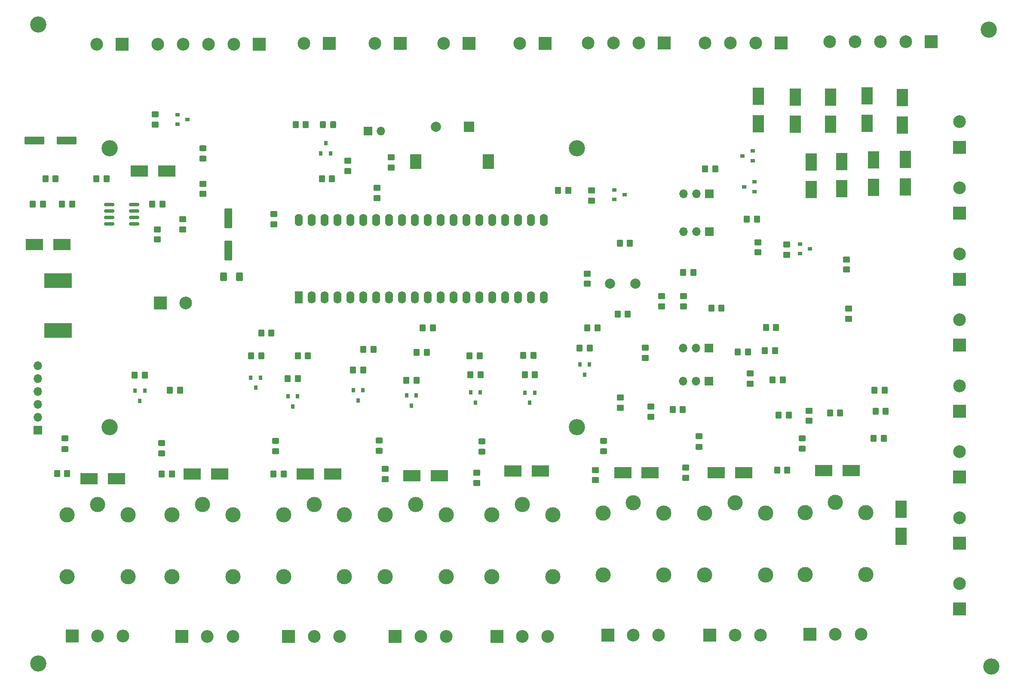
<source format=gts>
%TF.GenerationSoftware,KiCad,Pcbnew,(6.0.0)*%
%TF.CreationDate,2022-03-03T21:09:28+01:00*%
%TF.ProjectId,automate,6175746f-6d61-4746-952e-6b696361645f,rev?*%
%TF.SameCoordinates,Original*%
%TF.FileFunction,Soldermask,Top*%
%TF.FilePolarity,Negative*%
%FSLAX46Y46*%
G04 Gerber Fmt 4.6, Leading zero omitted, Abs format (unit mm)*
G04 Created by KiCad (PCBNEW (6.0.0)) date 2022-03-03 21:09:28*
%MOMM*%
%LPD*%
G01*
G04 APERTURE LIST*
G04 Aperture macros list*
%AMRoundRect*
0 Rectangle with rounded corners*
0 $1 Rounding radius*
0 $2 $3 $4 $5 $6 $7 $8 $9 X,Y pos of 4 corners*
0 Add a 4 corners polygon primitive as box body*
4,1,4,$2,$3,$4,$5,$6,$7,$8,$9,$2,$3,0*
0 Add four circle primitives for the rounded corners*
1,1,$1+$1,$2,$3*
1,1,$1+$1,$4,$5*
1,1,$1+$1,$6,$7*
1,1,$1+$1,$8,$9*
0 Add four rect primitives between the rounded corners*
20,1,$1+$1,$2,$3,$4,$5,0*
20,1,$1+$1,$4,$5,$6,$7,0*
20,1,$1+$1,$6,$7,$8,$9,0*
20,1,$1+$1,$8,$9,$2,$3,0*%
G04 Aperture macros list end*
%ADD10RoundRect,0.249999X0.350001X0.450001X-0.350001X0.450001X-0.350001X-0.450001X0.350001X-0.450001X0*%
%ADD11RoundRect,0.249999X-0.350001X-0.450001X0.350001X-0.450001X0.350001X0.450001X-0.350001X0.450001X0*%
%ADD12RoundRect,0.249999X0.450001X-0.350001X0.450001X0.350001X-0.450001X0.350001X-0.450001X-0.350001X0*%
%ADD13R,3.500000X2.300000*%
%ADD14R,2.500000X2.500000*%
%ADD15C,2.500000*%
%ADD16RoundRect,0.249999X-0.450001X0.350001X-0.450001X-0.350001X0.450001X-0.350001X0.450001X0.350001X0*%
%ADD17RoundRect,0.150000X-0.825000X-0.150000X0.825000X-0.150000X0.825000X0.150000X-0.825000X0.150000X0*%
%ADD18O,1.600000X2.400000*%
%ADD19R,1.600000X2.400000*%
%ADD20C,3.000000*%
%ADD21R,5.400000X2.900000*%
%ADD22R,0.800000X0.900000*%
%ADD23R,0.900000X0.800000*%
%ADD24RoundRect,0.249600X1.712900X0.550400X-1.712900X0.550400X-1.712900X-0.550400X1.712900X-0.550400X0*%
%ADD25RoundRect,0.249600X0.550400X-1.712900X0.550400X1.712900X-0.550400X1.712900X-0.550400X-1.712900X0*%
%ADD26R,2.300000X3.500000*%
%ADD27RoundRect,0.249999X0.450001X-0.325001X0.450001X0.325001X-0.450001X0.325001X-0.450001X-0.325001X0*%
%ADD28RoundRect,0.249999X0.325001X0.450001X-0.325001X0.450001X-0.325001X-0.450001X0.325001X-0.450001X0*%
%ADD29R,1.700000X1.700000*%
%ADD30O,1.700000X1.700000*%
%ADD31C,2.000000*%
%ADD32C,3.200000*%
%ADD33RoundRect,0.250000X0.400000X0.625000X-0.400000X0.625000X-0.400000X-0.625000X0.400000X-0.625000X0*%
%ADD34R,2.000000X2.000000*%
%ADD35R,2.200000X3.000000*%
%ADD36RoundRect,0.250000X-0.350000X-0.450000X0.350000X-0.450000X0.350000X0.450000X-0.350000X0.450000X0*%
G04 APERTURE END LIST*
D10*
%TO.C,C2*%
X57315000Y-69600000D03*
X55315000Y-69600000D03*
%TD*%
D11*
%TO.C,C3*%
X76315000Y-74600000D03*
X78315000Y-74600000D03*
%TD*%
D10*
%TO.C,C4*%
X67315000Y-69600000D03*
X65315000Y-69600000D03*
%TD*%
D12*
%TO.C,C6*%
X100315000Y-78600000D03*
X100315000Y-76600000D03*
%TD*%
D10*
%TO.C,C7*%
X170400000Y-82300000D03*
X168400000Y-82300000D03*
%TD*%
D11*
%TO.C,C8*%
X168000000Y-96300000D03*
X170000000Y-96300000D03*
%TD*%
D10*
%TO.C,C9*%
X220600000Y-111300000D03*
X218600000Y-111300000D03*
%TD*%
D13*
%TO.C,D14*%
X127500000Y-128100000D03*
X132900000Y-128100000D03*
%TD*%
D14*
%TO.C,J1*%
X70418400Y-43080800D03*
D15*
X65418400Y-43080800D03*
%TD*%
D14*
%TO.C,J3*%
X200200000Y-42900000D03*
D15*
X195200000Y-42900000D03*
X190200000Y-42900000D03*
X185200000Y-42900000D03*
%TD*%
D14*
%TO.C,J4*%
X177200000Y-42900000D03*
D15*
X172200000Y-42900000D03*
X167200000Y-42900000D03*
X162200000Y-42900000D03*
%TD*%
D14*
%TO.C,J5*%
X60600000Y-159700000D03*
D15*
X65600000Y-159700000D03*
X70600000Y-159700000D03*
%TD*%
D14*
%TO.C,J6*%
X82200000Y-159800000D03*
D15*
X87200000Y-159800000D03*
X92200000Y-159800000D03*
%TD*%
D14*
%TO.C,J7*%
X103200000Y-159800000D03*
D15*
X108200000Y-159800000D03*
X113200000Y-159800000D03*
%TD*%
D14*
%TO.C,J8*%
X124200000Y-159800000D03*
D15*
X129200000Y-159800000D03*
X134200000Y-159800000D03*
%TD*%
D14*
%TO.C,J9*%
X144200000Y-159800000D03*
D15*
X149200000Y-159800000D03*
X154200000Y-159800000D03*
%TD*%
D14*
%TO.C,J10*%
X166100000Y-159500000D03*
D15*
X171100000Y-159500000D03*
X176100000Y-159500000D03*
%TD*%
D14*
%TO.C,J11*%
X186100000Y-159500000D03*
D15*
X191100000Y-159500000D03*
X196100000Y-159500000D03*
%TD*%
D14*
%TO.C,J12*%
X205900000Y-159400000D03*
D15*
X210900000Y-159400000D03*
X215900000Y-159400000D03*
%TD*%
D14*
%TO.C,J13*%
X235300000Y-154400000D03*
D15*
X235300000Y-149400000D03*
%TD*%
D14*
%TO.C,J14*%
X235300000Y-141400000D03*
D15*
X235300000Y-136400000D03*
%TD*%
D14*
%TO.C,J15*%
X235300000Y-128400000D03*
D15*
X235300000Y-123400000D03*
%TD*%
D14*
%TO.C,J16*%
X235300000Y-115400000D03*
D15*
X235300000Y-110400000D03*
%TD*%
D14*
%TO.C,J17*%
X235300000Y-102400000D03*
D15*
X235300000Y-97400000D03*
%TD*%
D14*
%TO.C,J18*%
X235300000Y-89400000D03*
D15*
X235300000Y-84400000D03*
%TD*%
D14*
%TO.C,J19*%
X235300000Y-76400000D03*
D15*
X235300000Y-71400000D03*
%TD*%
D14*
%TO.C,J20*%
X235300000Y-63400000D03*
D15*
X235300000Y-58400000D03*
%TD*%
D14*
%TO.C,J21*%
X111190000Y-42950000D03*
D15*
X106190000Y-42950000D03*
%TD*%
D14*
%TO.C,J22*%
X125190000Y-42950000D03*
D15*
X120190000Y-42950000D03*
%TD*%
D14*
%TO.C,J23*%
X138690000Y-42950000D03*
D15*
X133690000Y-42950000D03*
%TD*%
D14*
%TO.C,J24*%
X153690000Y-42950000D03*
D15*
X148690000Y-42950000D03*
%TD*%
D14*
%TO.C,J25*%
X97418400Y-43080800D03*
D15*
X92418400Y-43080800D03*
X87418400Y-43080800D03*
X82418400Y-43080800D03*
X77418400Y-43080800D03*
%TD*%
D11*
%TO.C,R1*%
X58540001Y-74600000D03*
X60540001Y-74600000D03*
%TD*%
D10*
%TO.C,R2*%
X54815000Y-74600000D03*
X52815000Y-74600000D03*
%TD*%
D12*
%TO.C,R3*%
X77315000Y-81600000D03*
X77315000Y-79600000D03*
%TD*%
%TO.C,R4*%
X82315000Y-79600000D03*
X82315000Y-77600000D03*
%TD*%
D16*
%TO.C,R5*%
X86315000Y-70600000D03*
X86315000Y-72600000D03*
%TD*%
%TO.C,R6*%
X162000000Y-88300000D03*
X162000000Y-90300000D03*
%TD*%
D11*
%TO.C,R7*%
X57600000Y-127700000D03*
X59600000Y-127700000D03*
%TD*%
%TO.C,R9*%
X72850000Y-108300000D03*
X74850000Y-108300000D03*
%TD*%
%TO.C,R10*%
X78200000Y-127800000D03*
X80200000Y-127800000D03*
%TD*%
%TO.C,R11*%
X97800000Y-100000000D03*
X99800000Y-100000000D03*
%TD*%
%TO.C,R12*%
X95800000Y-104500000D03*
X97800000Y-104500000D03*
%TD*%
%TO.C,R13*%
X100200000Y-127800000D03*
X102200000Y-127800000D03*
%TD*%
%TO.C,R14*%
X105000000Y-104500000D03*
X107000000Y-104500000D03*
%TD*%
%TO.C,R15*%
X103000000Y-109000000D03*
X105000000Y-109000000D03*
%TD*%
D16*
%TO.C,R16*%
X122200000Y-126800000D03*
X122200000Y-128800000D03*
%TD*%
D11*
%TO.C,R17*%
X117900000Y-103275000D03*
X119900000Y-103275000D03*
%TD*%
%TO.C,R18*%
X115900000Y-107275000D03*
X117900000Y-107275000D03*
%TD*%
D16*
%TO.C,R19*%
X140208000Y-127524000D03*
X140208000Y-129524000D03*
%TD*%
D11*
%TO.C,R20*%
X128400000Y-103800000D03*
X130400000Y-103800000D03*
%TD*%
%TO.C,R21*%
X126400000Y-109300000D03*
X128400000Y-109300000D03*
%TD*%
D16*
%TO.C,R22*%
X163576000Y-127000000D03*
X163576000Y-129000000D03*
%TD*%
D10*
%TO.C,R23*%
X140800000Y-104500000D03*
X138800000Y-104500000D03*
%TD*%
D11*
%TO.C,R24*%
X139000000Y-108200000D03*
X141000000Y-108200000D03*
%TD*%
D16*
%TO.C,R25*%
X181356000Y-126508000D03*
X181356000Y-128508000D03*
%TD*%
D10*
%TO.C,R26*%
X151400000Y-104400000D03*
X149400000Y-104400000D03*
%TD*%
D11*
%TO.C,R27*%
X149700000Y-108250000D03*
X151700000Y-108250000D03*
%TD*%
D10*
%TO.C,R28*%
X201400000Y-127000000D03*
X199400000Y-127000000D03*
%TD*%
D11*
%TO.C,R29*%
X162000000Y-99000000D03*
X164000000Y-99000000D03*
%TD*%
%TO.C,R30*%
X160500000Y-103000000D03*
X162500000Y-103000000D03*
%TD*%
%TO.C,R31*%
X218800000Y-115400000D03*
X220800000Y-115400000D03*
%TD*%
D16*
%TO.C,R32*%
X205700000Y-115300000D03*
X205700000Y-117300000D03*
%TD*%
D10*
%TO.C,R34*%
X200500000Y-109250000D03*
X198500000Y-109250000D03*
%TD*%
D16*
%TO.C,R35*%
X213500000Y-95200000D03*
X213500000Y-97200000D03*
%TD*%
D11*
%TO.C,R36*%
X218400000Y-120800000D03*
X220400000Y-120800000D03*
%TD*%
D10*
%TO.C,R37*%
X211800000Y-115800000D03*
X209800000Y-115800000D03*
%TD*%
D11*
%TO.C,R40*%
X199700000Y-116200000D03*
X201700000Y-116200000D03*
%TD*%
D16*
%TO.C,R45*%
X213100000Y-85500000D03*
X213100000Y-87500000D03*
%TD*%
D12*
%TO.C,R59*%
X120600000Y-73400000D03*
X120600000Y-71400000D03*
%TD*%
D16*
%TO.C,R68*%
X76900000Y-56950000D03*
X76900000Y-58950000D03*
%TD*%
D11*
%TO.C,R70*%
X129600000Y-99000000D03*
X131600000Y-99000000D03*
%TD*%
D17*
%TO.C,U1*%
X67840000Y-74695000D03*
X67840000Y-75965000D03*
X67840000Y-77235000D03*
X67840000Y-78505000D03*
X72790000Y-78505000D03*
X72790000Y-77235000D03*
X72790000Y-75965000D03*
X72790000Y-74695000D03*
%TD*%
D18*
%TO.C,U2*%
X105175000Y-77760000D03*
X107715000Y-77760000D03*
X110255000Y-77760000D03*
X112795000Y-77760000D03*
X115335000Y-77760000D03*
X117875000Y-77760000D03*
X120415000Y-77760000D03*
X122955000Y-77760000D03*
X125495000Y-77760000D03*
X128035000Y-77760000D03*
X130575000Y-77760000D03*
X133115000Y-77760000D03*
X135655000Y-77760000D03*
X138195000Y-77760000D03*
X140735000Y-77760000D03*
X143275000Y-77760000D03*
X145815000Y-77760000D03*
X148355000Y-77760000D03*
X150895000Y-77760000D03*
X153435000Y-77760000D03*
X153435000Y-93000000D03*
X150895000Y-93000000D03*
X148355000Y-93000000D03*
X145815000Y-93000000D03*
X143275000Y-93000000D03*
X140735000Y-93000000D03*
X138195000Y-93000000D03*
X135655000Y-93000000D03*
X133115000Y-93000000D03*
X130575000Y-93000000D03*
X128035000Y-93000000D03*
X125495000Y-93000000D03*
X122955000Y-93000000D03*
X120415000Y-93000000D03*
X117875000Y-93000000D03*
X115335000Y-93000000D03*
X112795000Y-93000000D03*
X110255000Y-93000000D03*
X107715000Y-93000000D03*
D19*
X105175000Y-93000000D03*
%TD*%
D20*
%TO.C,K1*%
X65600000Y-133800000D03*
X71600000Y-148000000D03*
X59600000Y-148000000D03*
X71600000Y-135800000D03*
X59600000Y-135800000D03*
%TD*%
%TO.C,K2*%
X86200000Y-133800000D03*
X92200000Y-148000000D03*
X80200000Y-148000000D03*
X92200000Y-135800000D03*
X80200000Y-135800000D03*
%TD*%
%TO.C,K3*%
X108200000Y-133800000D03*
X114200000Y-148000000D03*
X102200000Y-148000000D03*
X114200000Y-135800000D03*
X102200000Y-135800000D03*
%TD*%
%TO.C,K4*%
X128200000Y-133800000D03*
X134200000Y-148000000D03*
X122200000Y-148000000D03*
X134200000Y-135800000D03*
X122200000Y-135800000D03*
%TD*%
%TO.C,K5*%
X149200000Y-133800000D03*
X155200000Y-148000000D03*
X143200000Y-148000000D03*
X155200000Y-135800000D03*
X143200000Y-135800000D03*
%TD*%
%TO.C,K6*%
X171100000Y-133500000D03*
X177100000Y-147700000D03*
X165100000Y-147700000D03*
X177100000Y-135500000D03*
X165100000Y-135500000D03*
%TD*%
%TO.C,K7*%
X191100000Y-133500000D03*
X197100000Y-147700000D03*
X185100000Y-147700000D03*
X197100000Y-135500000D03*
X185100000Y-135500000D03*
%TD*%
%TO.C,K8*%
X210900000Y-133400000D03*
X216900000Y-147600000D03*
X204900000Y-147600000D03*
X216900000Y-135400000D03*
X204900000Y-135400000D03*
%TD*%
D21*
%TO.C,L1*%
X57815000Y-99550000D03*
X57815000Y-89650000D03*
%TD*%
D22*
%TO.C,Q1*%
X72950000Y-111400000D03*
X74850000Y-111400000D03*
X73900000Y-113400000D03*
%TD*%
%TO.C,Q2*%
X95750000Y-108800000D03*
X97650000Y-108800000D03*
X96700000Y-110800000D03*
%TD*%
%TO.C,Q3*%
X103050000Y-112500000D03*
X104950000Y-112500000D03*
X104000000Y-114500000D03*
%TD*%
%TO.C,Q4*%
X115950000Y-111275000D03*
X117850000Y-111275000D03*
X116900000Y-113275000D03*
%TD*%
%TO.C,Q5*%
X126450000Y-112300000D03*
X128350000Y-112300000D03*
X127400000Y-114300000D03*
%TD*%
%TO.C,Q6*%
X139050000Y-111700000D03*
X140950000Y-111700000D03*
X140000000Y-113700000D03*
%TD*%
%TO.C,Q7*%
X149750000Y-111750000D03*
X151650000Y-111750000D03*
X150700000Y-113750000D03*
%TD*%
%TO.C,Q8*%
X160550000Y-106200000D03*
X162450000Y-106200000D03*
X161500000Y-108200000D03*
%TD*%
D23*
%TO.C,Q12*%
X81300000Y-58900000D03*
X81300000Y-57000000D03*
X83300000Y-57950000D03*
%TD*%
D24*
%TO.C,C1*%
X59515000Y-62100000D03*
X53115000Y-62100000D03*
%TD*%
D25*
%TO.C,C5*%
X91315000Y-83800000D03*
X91315000Y-77400000D03*
%TD*%
D13*
%TO.C,D3*%
X53115000Y-82600000D03*
X58515000Y-82600000D03*
%TD*%
%TO.C,D4*%
X79215000Y-68100000D03*
X73815000Y-68100000D03*
%TD*%
%TO.C,D7*%
X63900000Y-128700000D03*
X69300000Y-128700000D03*
%TD*%
%TO.C,D9*%
X84200000Y-127800000D03*
X89600000Y-127800000D03*
%TD*%
%TO.C,D11*%
X106500000Y-127800000D03*
X111900000Y-127800000D03*
%TD*%
%TO.C,D16*%
X147400000Y-127200000D03*
X152800000Y-127200000D03*
%TD*%
%TO.C,D18*%
X169000000Y-127500000D03*
X174400000Y-127500000D03*
%TD*%
%TO.C,D20*%
X187400000Y-127500000D03*
X192800000Y-127500000D03*
%TD*%
%TO.C,D22*%
X208600000Y-127100000D03*
X214000000Y-127100000D03*
%TD*%
D26*
%TO.C,D27*%
X223800000Y-134700000D03*
X223800000Y-140100000D03*
%TD*%
D27*
%TO.C,D5*%
X86315000Y-65625000D03*
X86315000Y-63575000D03*
%TD*%
%TO.C,D6*%
X59100000Y-122850000D03*
X59100000Y-120800000D03*
%TD*%
%TO.C,D8*%
X78200000Y-123725000D03*
X78200000Y-121675000D03*
%TD*%
%TO.C,D10*%
X100600000Y-123325000D03*
X100600000Y-121275000D03*
%TD*%
%TO.C,D12*%
X121000000Y-123225000D03*
X121000000Y-121175000D03*
%TD*%
%TO.C,D15*%
X141300000Y-123425000D03*
X141300000Y-121375000D03*
%TD*%
%TO.C,D17*%
X165200000Y-123325000D03*
X165200000Y-121275000D03*
%TD*%
%TO.C,D19*%
X184000000Y-122425000D03*
X184000000Y-120375000D03*
%TD*%
%TO.C,D21*%
X204300000Y-122825000D03*
X204300000Y-120775000D03*
%TD*%
D16*
%TO.C,C17*%
X194079000Y-107986400D03*
X194079000Y-109986400D03*
%TD*%
D12*
%TO.C,C18*%
X180997800Y-94769000D03*
X180997800Y-92769000D03*
%TD*%
D16*
%TO.C,C19*%
X195591200Y-82124100D03*
X195591200Y-84124100D03*
%TD*%
%TO.C,C20*%
X174500000Y-114500000D03*
X174500000Y-116500000D03*
%TD*%
D28*
%TO.C,D43*%
X111973300Y-58969200D03*
X109923300Y-58969200D03*
%TD*%
D26*
%TO.C,D44*%
X212100000Y-71600000D03*
X212100000Y-66200000D03*
%TD*%
%TO.C,D45*%
X206100000Y-71700000D03*
X206100000Y-66300000D03*
%TD*%
%TO.C,D46*%
X209900000Y-53500000D03*
X209900000Y-58900000D03*
%TD*%
%TO.C,D47*%
X203000000Y-53500000D03*
X203000000Y-58900000D03*
%TD*%
%TO.C,D48*%
X195700000Y-58800000D03*
X195700000Y-53400000D03*
%TD*%
%TO.C,D49*%
X217100000Y-53300000D03*
X217100000Y-58700000D03*
%TD*%
%TO.C,D50*%
X224100000Y-53600000D03*
X224100000Y-59000000D03*
%TD*%
%TO.C,D51*%
X218400000Y-71300000D03*
X218400000Y-65900000D03*
%TD*%
%TO.C,D52*%
X224700000Y-71200000D03*
X224700000Y-65800000D03*
%TD*%
D14*
%TO.C,J26*%
X229770000Y-42650000D03*
D15*
X224770000Y-42650000D03*
X219770000Y-42650000D03*
X214770000Y-42650000D03*
X209770000Y-42650000D03*
%TD*%
D29*
%TO.C,JP1*%
X118825000Y-60200000D03*
D30*
X121365000Y-60200000D03*
%TD*%
D29*
%TO.C,JP2*%
X186000000Y-109500000D03*
D30*
X183460000Y-109500000D03*
X180920000Y-109500000D03*
%TD*%
D29*
%TO.C,JP3*%
X186040000Y-80055000D03*
D30*
X183500000Y-80055000D03*
X180960000Y-80055000D03*
%TD*%
D29*
%TO.C,JP4*%
X185975000Y-103000000D03*
D30*
X183435000Y-103000000D03*
X180895000Y-103000000D03*
%TD*%
D29*
%TO.C,JP5*%
X186040000Y-72555000D03*
D30*
X183500000Y-72555000D03*
X180960000Y-72555000D03*
%TD*%
D22*
%TO.C,Q13*%
X111450000Y-64600000D03*
X109550000Y-64600000D03*
X110500000Y-62600000D03*
%TD*%
D23*
%TO.C,Q14*%
X194900000Y-70250000D03*
X194900000Y-72150000D03*
X192900000Y-71200000D03*
%TD*%
%TO.C,Q15*%
X194600000Y-64150000D03*
X194600000Y-66050000D03*
X192600000Y-65100000D03*
%TD*%
%TO.C,Q16*%
X203900000Y-84350000D03*
X203900000Y-82450000D03*
X205900000Y-83400000D03*
%TD*%
%TO.C,Q17*%
X167360700Y-73708200D03*
X167360700Y-71808200D03*
X169360700Y-72758200D03*
%TD*%
D11*
%TO.C,R71*%
X104579900Y-58969200D03*
X106579900Y-58969200D03*
%TD*%
%TO.C,R72*%
X109744000Y-69596000D03*
X111744000Y-69596000D03*
%TD*%
D16*
%TO.C,R73*%
X123385300Y-65386000D03*
X123385300Y-67386000D03*
%TD*%
%TO.C,R74*%
X114847300Y-66063600D03*
X114847300Y-68063600D03*
%TD*%
D11*
%TO.C,R75*%
X191647200Y-103703200D03*
X193647200Y-103703200D03*
%TD*%
%TO.C,R76*%
X180912200Y-88055000D03*
X182912200Y-88055000D03*
%TD*%
%TO.C,R77*%
X197000000Y-103500000D03*
X199000000Y-103500000D03*
%TD*%
D16*
%TO.C,R78*%
X176629000Y-92769000D03*
X176629000Y-94769000D03*
%TD*%
D11*
%TO.C,R79*%
X197200000Y-98900000D03*
X199200000Y-98900000D03*
%TD*%
%TO.C,R80*%
X186458800Y-95115200D03*
X188458800Y-95115200D03*
%TD*%
D16*
%TO.C,R85*%
X201300000Y-82600000D03*
X201300000Y-84600000D03*
%TD*%
%TO.C,R87*%
X162874300Y-71926600D03*
X162874300Y-73926600D03*
%TD*%
D10*
%TO.C,R88*%
X158286300Y-71869200D03*
X156286300Y-71869200D03*
%TD*%
D11*
%TO.C,R91*%
X178815000Y-115095800D03*
X180815000Y-115095800D03*
%TD*%
%TO.C,R92*%
X193422800Y-77561500D03*
X195422800Y-77561500D03*
%TD*%
D12*
%TO.C,R93*%
X168546800Y-114740200D03*
X168546800Y-112740200D03*
%TD*%
D16*
%TO.C,R94*%
X173400000Y-102900000D03*
X173400000Y-104900000D03*
%TD*%
D31*
%TO.C,SW1*%
X171500000Y-90300000D03*
X166500000Y-90300000D03*
%TD*%
D32*
%TO.C,REF\u002A\u002A*%
X53900000Y-39200000D03*
%TD*%
%TO.C,REF\u002A\u002A*%
X53848000Y-165100000D03*
%TD*%
%TO.C,REF\u002A\u002A*%
X241600000Y-165700000D03*
%TD*%
%TO.C,REF\u002A\u002A*%
X241100000Y-40200000D03*
%TD*%
%TO.C,REF\u002A\u002A*%
X67951600Y-63569200D03*
%TD*%
%TO.C,REF\u002A\u002A*%
X67951600Y-118569200D03*
%TD*%
%TO.C,REF\u002A\u002A*%
X159951600Y-63569200D03*
%TD*%
%TO.C,REF\u002A\u002A*%
X159951600Y-118569200D03*
%TD*%
D33*
%TO.C,R95*%
X93515000Y-88900000D03*
X90415000Y-88900000D03*
%TD*%
D14*
%TO.C,J27*%
X77915000Y-94100000D03*
D15*
X82915000Y-94100000D03*
%TD*%
D10*
%TO.C,R86*%
X187200000Y-67700000D03*
X185200000Y-67700000D03*
%TD*%
D34*
%TO.C,BZ2*%
X138700000Y-59400000D03*
D31*
X132200000Y-59400000D03*
%TD*%
D35*
%TO.C,BZ1*%
X142500000Y-66250000D03*
X128200000Y-66250000D03*
%TD*%
D29*
%TO.C,J2*%
X53800000Y-119150000D03*
D30*
X53800000Y-116610000D03*
X53800000Y-114070000D03*
X53800000Y-111530000D03*
X53800000Y-108990000D03*
X53800000Y-106450000D03*
%TD*%
D36*
%TO.C,R8*%
X79800000Y-111300000D03*
X81800000Y-111300000D03*
%TD*%
M02*

</source>
